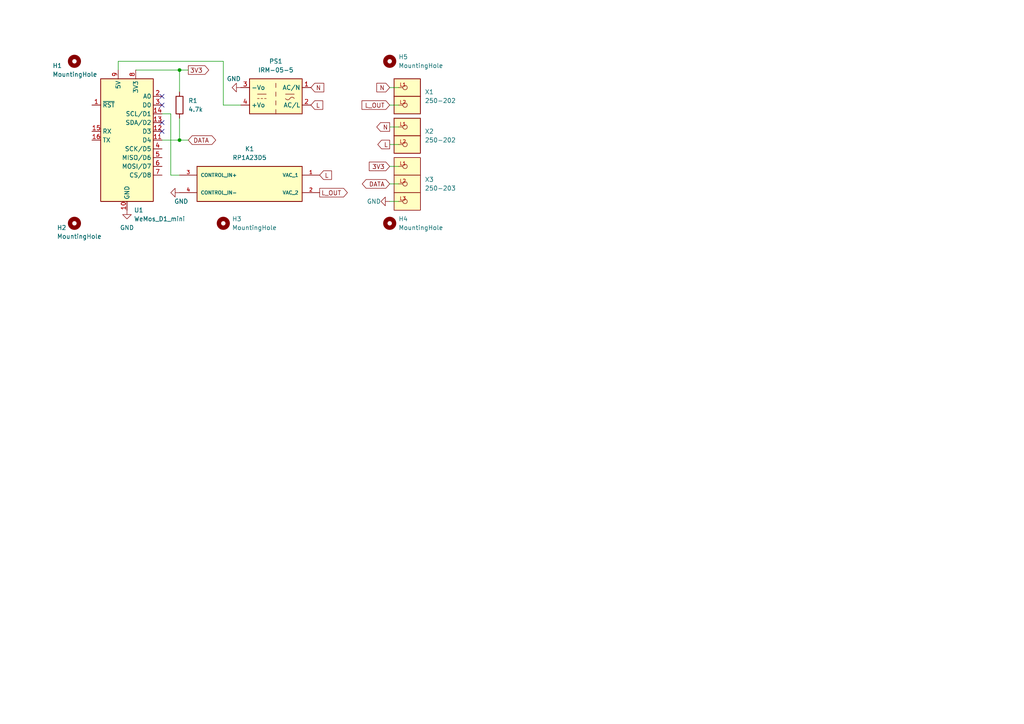
<source format=kicad_sch>
(kicad_sch (version 20211123) (generator eeschema)
  (paper "A4")
  (lib_symbols
    (symbol "250-202:250-202" (pin_names (offset 1.016))
      (property "Reference" "X" (at -3.7142 7.5485 0))
      (property "Value" "250-202" (at -3.7174 -9.9397 0))
      (symbol "250-202_0_0"
        (rectangle (start -3.81 -5.08) (end 3.81 5.08) (stroke (width 0.254)) (fill (type background)))
        (polyline (pts (xy -3.81 0) (xy 3.81 0)) (stroke (width 0.254)))
        (pin bidirectional inverted (at -2.54 2.54 0) (length 2.54) (name "~") (number "L1"))
        (pin bidirectional inverted (at -2.54 -2.54 0) (length 2.54) (name "~") (number "L2"))
      )
    )
    (symbol "250-203:250-203" (pin_names (offset 1.016))
      (property "Reference" "X" (at -3.6108 9.7423 0))
      (property "Value" "250-203" (at -3.6112 -10.6235 0))
      (symbol "250-203_0_0"
        (rectangle (start -3.81 -7.62) (end 3.81 7.62) (stroke (width 0.2)) (fill (type background)))
        (polyline (pts (xy -3.81 2.54) (xy 3.81 2.54)) (stroke (width 0.2)))
        (polyline (pts (xy 3.81 -2.54) (xy -3.81 -2.54)) (stroke (width 0.2)))
        (pin bidirectional inverted (at -2.54 5.08 0) (length 2.54) (name "~") (number "L1"))
        (pin bidirectional inverted (at -2.54 0 0) (length 2.54) (name "~") (number "L2"))
        (pin bidirectional inverted (at -2.54 -5.08 0) (length 2.54) (name "~") (number "L3"))
      )
    )
    (symbol "Converter_ACDC:IRM-05-5"
      (property "Reference" "PS" (at 0 6.35 0))
      (property "Value" "IRM-05-5" (at 0 -6.35 0))
      (symbol "IRM-05-5_0_1"
        (rectangle (start -7.62 5.08) (end 7.62 -5.08) (stroke (width 0.254)) (fill (type background)))
        (arc (start -5.334 0.635) (mid -4.699 0.2495) (end -4.064 0.635))
        (arc (start -2.794 0.635) (mid -3.429 1.0072) (end -4.064 0.635))
        (polyline (pts (xy -5.334 -0.635) (xy -2.794 -0.635)))
        (polyline (pts (xy 0 -2.54) (xy 0 -3.81)))
        (polyline (pts (xy 0 0) (xy 0 -1.27)))
        (polyline (pts (xy 0 2.54) (xy 0 1.27)))
        (polyline (pts (xy 0 5.08) (xy 0 3.81)))
        (polyline (pts (xy 2.794 -0.635) (xy 5.334 -0.635)))
        (polyline (pts (xy 2.794 0.635) (xy 3.302 0.635)))
        (polyline (pts (xy 3.81 0.635) (xy 4.318 0.635)))
        (polyline (pts (xy 4.826 0.635) (xy 5.334 0.635)))
      )
      (symbol "IRM-05-5_1_1"
        (pin power_in line (at -10.16 -2.54 0) (length 2.54) (name "AC/N") (number "1"))
        (pin power_in line (at -10.16 2.54 0) (length 2.54) (name "AC/L") (number "2"))
        (pin power_out line (at 10.16 -2.54 180) (length 2.54) (name "-Vo") (number "3"))
        (pin power_out line (at 10.16 2.54 180) (length 2.54) (name "+Vo") (number "4"))
      )
    )
    (symbol "Device:R" (pin_numbers hide) (pin_names (offset 0))
      (property "Reference" "R" (at 2.032 0 90))
      (property "Value" "R" (at 0 0 90))
      (symbol "R_0_1"
        (rectangle (start -1.016 -2.54) (end 1.016 2.54) (stroke (width 0.254)))
      )
      (symbol "R_1_1"
        (pin passive line (at 0 3.81 270) (length 1.27) (name "~") (number "1"))
        (pin passive line (at 0 -3.81 90) (length 1.27) (name "~") (number "2"))
      )
    )
    (symbol "MCU_Module:WeMos_D1_mini"
      (property "Reference" "U" (at 3.81 19.05 0))
      (property "Value" "WeMos_D1_mini" (at 1.27 -19.05 0))
      (symbol "WeMos_D1_mini_1_1"
        (rectangle (start -7.62 17.78) (end 7.62 -17.78) (stroke (width 0.254)) (fill (type background)))
        (pin input line (at -10.16 10.16 0) (length 2.54) (name "~{RST}") (number "1"))
        (pin power_in line (at 0 -20.32 90) (length 2.54) (name "GND") (number "10"))
        (pin bidirectional line (at 10.16 0 180) (length 2.54) (name "D4") (number "11"))
        (pin bidirectional line (at 10.16 2.54 180) (length 2.54) (name "D3") (number "12"))
        (pin bidirectional line (at 10.16 5.08 180) (length 2.54) (name "SDA/D2") (number "13"))
        (pin bidirectional line (at 10.16 7.62 180) (length 2.54) (name "SCL/D1") (number "14"))
        (pin input line (at -10.16 2.54 0) (length 2.54) (name "RX") (number "15"))
        (pin output line (at -10.16 0 0) (length 2.54) (name "TX") (number "16"))
        (pin input line (at 10.16 12.7 180) (length 2.54) (name "A0") (number "2"))
        (pin bidirectional line (at 10.16 10.16 180) (length 2.54) (name "D0") (number "3"))
        (pin bidirectional line (at 10.16 -2.54 180) (length 2.54) (name "SCK/D5") (number "4"))
        (pin bidirectional line (at 10.16 -5.08 180) (length 2.54) (name "MISO/D6") (number "5"))
        (pin bidirectional line (at 10.16 -7.62 180) (length 2.54) (name "MOSI/D7") (number "6"))
        (pin bidirectional line (at 10.16 -10.16 180) (length 2.54) (name "CS/D8") (number "7"))
        (pin power_out line (at 2.54 20.32 270) (length 2.54) (name "3V3") (number "8"))
        (pin power_in line (at -2.54 20.32 270) (length 2.54) (name "5V") (number "9"))
      )
    )
    (symbol "Mechanical:MountingHole" (pin_names (offset 1.016))
      (property "Reference" "H" (at 0 5.08 0))
      (property "Value" "MountingHole" (at 0 3.175 0))
      (symbol "MountingHole_0_1"
        (circle (center 0 0) (radius 1.27) (stroke (width 1.27)))
      )
    )
    (symbol "RP1A23D5:RP1A23D5" (pin_names (offset 1.016))
      (property "Reference" "K" (at -15.24 5.588 0))
      (property "Value" "RP1A23D5" (at -15.24 -7.62 0))
      (symbol "RP1A23D5_0_0"
        (rectangle (start -15.24 -5.08) (end 15.24 5.08) (stroke (width 0.254)) (fill (type background)))
        (pin output line (at 20.32 2.54 180) (length 5.08) (name "VAC_1") (number "1"))
        (pin output line (at 20.32 -2.54 180) (length 5.08) (name "VAC_2") (number "2"))
        (pin input line (at -20.32 2.54 0) (length 5.08) (name "CONTROL_IN+") (number "3"))
        (pin input line (at -20.32 -2.54 0) (length 5.08) (name "CONTROL_IN-") (number "4"))
      )
    )
    (symbol "power:GND" (power) (pin_names (offset 0))
      (property "Value" "GND" (at 0 -3.81 0))
      (symbol "GND_0_1"
        (polyline (pts (xy 0 0) (xy 0 -1.27) (xy 1.27 -1.27) (xy 0 -2.54) (xy -1.27 -1.27) (xy 0 -1.27)))
      )
      (symbol "GND_1_1"
        (pin power_in line (at 0 0 270) (length 0) hide (name "GND") (number "1"))
      )
    )
  )
  (junction (at 52.07 40.64))
  (junction (at 52.07 20.32))
  (no_connect (at 46.99 38.1))
  (no_connect (at 46.99 35.56))
  (no_connect (at 46.99 30.48))
  (no_connect (at 46.99 27.94))
  (wire (pts (xy 34.29 17.78) (xy 34.29 20.32)))
  (wire (pts (xy 113.03 41.91) (xy 115.57 41.91)))
  (wire (pts (xy 64.77 17.78) (xy 64.77 30.48)))
  (wire (pts (xy 52.07 20.32) (xy 52.07 26.67)))
  (wire (pts (xy 49.53 50.8) (xy 52.07 50.8)))
  (wire (pts (xy 113.03 30.48) (xy 115.57 30.48)))
  (wire (pts (xy 64.77 30.48) (xy 69.85 30.48)))
  (wire (pts (xy 113.03 58.42) (xy 115.57 58.42)))
  (wire (pts (xy 46.99 33.02) (xy 49.53 33.02)))
  (wire (pts (xy 113.03 36.83) (xy 115.57 36.83)))
  (wire (pts (xy 113.03 53.34) (xy 115.57 53.34)))
  (wire (pts (xy 113.03 25.4) (xy 115.57 25.4)))
  (wire (pts (xy 49.53 33.02) (xy 49.53 50.8)))
  (wire (pts (xy 46.99 40.64) (xy 52.07 40.64)))
  (wire (pts (xy 52.07 20.32) (xy 54.61 20.32)))
  (wire (pts (xy 113.03 48.26) (xy 115.57 48.26)))
  (wire (pts (xy 34.29 17.78) (xy 64.77 17.78)))
  (wire (pts (xy 52.07 40.64) (xy 54.61 40.64)))
  (wire (pts (xy 52.07 34.29) (xy 52.07 40.64)))
  (wire (pts (xy 39.37 20.32) (xy 52.07 20.32)))
  (global_label "3V3" (shape output) (at 54.61 20.32 0) (property "Referenzen zwischen Schaltplänen" "${INTERSHEET_REFS}" (effects hide)))
  (global_label "DATA" (shape bidirectional) (at 113.03 53.34 180) (property "Referenzen zwischen Schaltplänen" "${INTERSHEET_REFS}" (effects hide)))
  (global_label "DATA" (shape bidirectional) (at 54.61 40.64 0) (property "Referenzen zwischen Schaltplänen" "${INTERSHEET_REFS}" (effects hide)))
  (global_label "L" (shape input) (at 92.71 50.8 0) (property "Referenzen zwischen Schaltplänen" "${INTERSHEET_REFS}" (effects hide)))
  (global_label "L_OUT" (shape output) (at 92.71 55.88 0) (property "Referenzen zwischen Schaltplänen" "${INTERSHEET_REFS}" (effects hide)))
  (global_label "L_OUT" (shape input) (at 113.03 30.48 180) (property "Referenzen zwischen Schaltplänen" "${INTERSHEET_REFS}" (effects hide)))
  (global_label "N" (shape input) (at 113.03 25.4 180) (property "Referenzen zwischen Schaltplänen" "${INTERSHEET_REFS}" (effects hide)))
  (global_label "L" (shape input) (at 90.17 30.48 0) (property "Referenzen zwischen Schaltplänen" "${INTERSHEET_REFS}" (effects hide)))
  (global_label "3V3" (shape input) (at 113.03 48.26 180) (property "Referenzen zwischen Schaltplänen" "${INTERSHEET_REFS}" (effects hide)))
  (global_label "N" (shape output) (at 113.03 36.83 180) (property "Referenzen zwischen Schaltplänen" "${INTERSHEET_REFS}" (effects hide)))
  (global_label "N" (shape input) (at 90.17 25.4 0) (property "Referenzen zwischen Schaltplänen" "${INTERSHEET_REFS}" (effects hide)))
  (global_label "L" (shape output) (at 113.03 41.91 180) (property "Referenzen zwischen Schaltplänen" "${INTERSHEET_REFS}" (effects hide)))
  (symbol (lib_id "Device:R") (at 52.07 30.48 0) (unit 1)
    (property "Reference" "R1" (at 54.61 29.2099 0) (effects (justify left)))
    (property "Value" "4.7k" (at 54.61 31.7499 0) (effects (justify left)))
    (property "Footprint" "Resistor_THT:R_Axial_DIN0207_L6.3mm_D2.5mm_P10.16mm_Horizontal" (effects hide))
  )
  (symbol (lib_id "power:GND") (at 113.03 58.42 270) (unit 1)
    (property "Reference" "#PWR0102" (effects hide))
    (property "Value" "GND" (at 110.49 58.42 90) (effects (justify right)))
  )
  (symbol (lib_id "Mechanical:MountingHole") (at 113.03 17.78 0) (unit 1)
    (property "Reference" "H5" (at 115.57 16.5099 0) (effects (justify left)))
    (property "Value" "MountingHole" (at 115.57 19.0499 0) (effects (justify left)))
    (property "Footprint" "MountingHole:MountingHole_2.7mm_M2.5" (effects hide))
  )
  (symbol (lib_id "Converter_ACDC:IRM-05-5") (at 80.01 27.94 180) (unit 1)
    (property "Reference" "PS1" (at 80.01 17.78 0))
    (property "Value" "IRM-05-5" (at 80.01 20.32 0))
    (property "Footprint" "Converter_ACDC:Converter_ACDC_MeanWell_IRM-05-xx_THT" (effects hide))
    (property "Datasheet" "https://www.meanwell.com/Upload/PDF/IRM-05/IRM-05-SPEC.PDF" (effects hide))
  )
  (symbol (lib_id "250-202:250-202") (at 118.11 39.37 0) (unit 1)
    (property "Reference" "X2" (at 123.19 38.0999 0) (effects (justify left)))
    (property "Value" "250-202" (at 123.19 40.6399 0) (effects (justify left)))
    (property "Footprint" "snapeda-libraries:P-250-202" (effects hide))
  )
  (symbol (lib_id "MCU_Module:WeMos_D1_mini") (at 36.83 40.64 0) (unit 1)
    (property "Reference" "U1" (at 38.8494 60.96 0) (effects (justify left)))
    (property "Value" "WeMos_D1_mini" (at 38.8494 63.5 0) (effects (justify left)))
    (property "Footprint" "Module:WEMOS_D1_mini_light" (effects hide))
    (property "Datasheet" "https://wiki.wemos.cc/products:d1:d1_mini#documentation" (effects hide))
  )
  (symbol (lib_id "power:GND") (at 52.07 55.88 270) (unit 1)
    (property "Reference" "#PWR0104" (effects hide))
    (property "Value" "GND" (at 54.61 58.42 90) (effects (justify right)))
  )
  (symbol (lib_id "Mechanical:MountingHole") (at 64.77 64.77 0) (unit 1)
    (property "Reference" "H3" (at 67.31 63.4999 0) (effects (justify left)))
    (property "Value" "MountingHole" (at 67.31 66.0399 0) (effects (justify left)))
    (property "Footprint" "MountingHole:MountingHole_2.7mm_M2.5" (effects hide))
  )
  (symbol (lib_id "power:GND") (at 36.83 60.96 0) (unit 1)
    (property "Reference" "#PWR0101" (effects hide))
    (property "Value" "GND" (at 36.83 66.04 0))
  )
  (symbol (lib_id "RP1A23D5:RP1A23D5") (at 72.39 53.34 0) (unit 1)
    (property "Reference" "K1" (at 72.39 43.18 0))
    (property "Value" "RP1A23D5" (at 72.39 45.72 0))
    (property "Footprint" "snapeda-libraries:RELAY_RP1A23D5" (effects hide))
    (property "PARTREV" "30/08/2021" (effects hide))
    (property "STANDARD" "IPC 7351B" (effects hide))
    (property "SNAPEDA_PACKAGE_ID" "71894" (effects hide))
    (property "SNAPEDA_PN" "RP1A23D5" (effects hide))
    (property "MAXIMUM_PACKAGE_HEIGHT" "25.6 mm" (effects hide))
    (property "MANUFACTURER" "Carlo Gavazzi Inc." (effects hide))
  )
  (symbol (lib_id "Mechanical:MountingHole") (at 21.59 64.77 0) (unit 1)
    (property "Reference" "H2" (at 16.51 66.04 0) (effects (justify left)))
    (property "Value" "MountingHole" (at 16.51 68.58 0) (effects (justify left)))
    (property "Footprint" "MountingHole:MountingHole_2.7mm_M2.5" (effects hide))
  )
  (symbol (lib_id "Mechanical:MountingHole") (at 21.59 17.78 0) (unit 1)
    (property "Reference" "H1" (at 15.24 19.05 0) (effects (justify left)))
    (property "Value" "MountingHole" (at 15.24 21.59 0) (effects (justify left)))
    (property "Footprint" "MountingHole:MountingHole_2.7mm_M2.5" (effects hide))
  )
  (symbol (lib_id "power:GND") (at 69.85 25.4 270) (unit 1)
    (property "Reference" "#PWR0103" (effects hide))
    (property "Value" "GND" (at 69.85 22.86 90) (effects (justify right)))
  )
  (symbol (lib_id "Mechanical:MountingHole") (at 113.03 64.77 0) (unit 1)
    (property "Reference" "H4" (at 115.57 63.4999 0) (effects (justify left)))
    (property "Value" "MountingHole" (at 115.57 66.0399 0) (effects (justify left)))
    (property "Footprint" "MountingHole:MountingHole_2.7mm_M2.5" (effects hide))
  )
  (symbol (lib_id "250-203:250-203") (at 118.11 53.34 0) (unit 1)
    (property "Reference" "X3" (at 123.19 52.0699 0) (effects (justify left)))
    (property "Value" "250-203" (at 123.19 54.6099 0) (effects (justify left)))
    (property "Footprint" "snapeda-libraries:P-250-203" (effects hide))
  )
  (symbol (lib_id "250-202:250-202") (at 118.11 27.94 0) (unit 1)
    (property "Reference" "X1" (at 123.19 26.6699 0) (effects (justify left)))
    (property "Value" "250-202" (at 123.19 29.2099 0) (effects (justify left)))
    (property "Footprint" "snapeda-libraries:P-250-202" (effects hide))
  )
)
</source>
